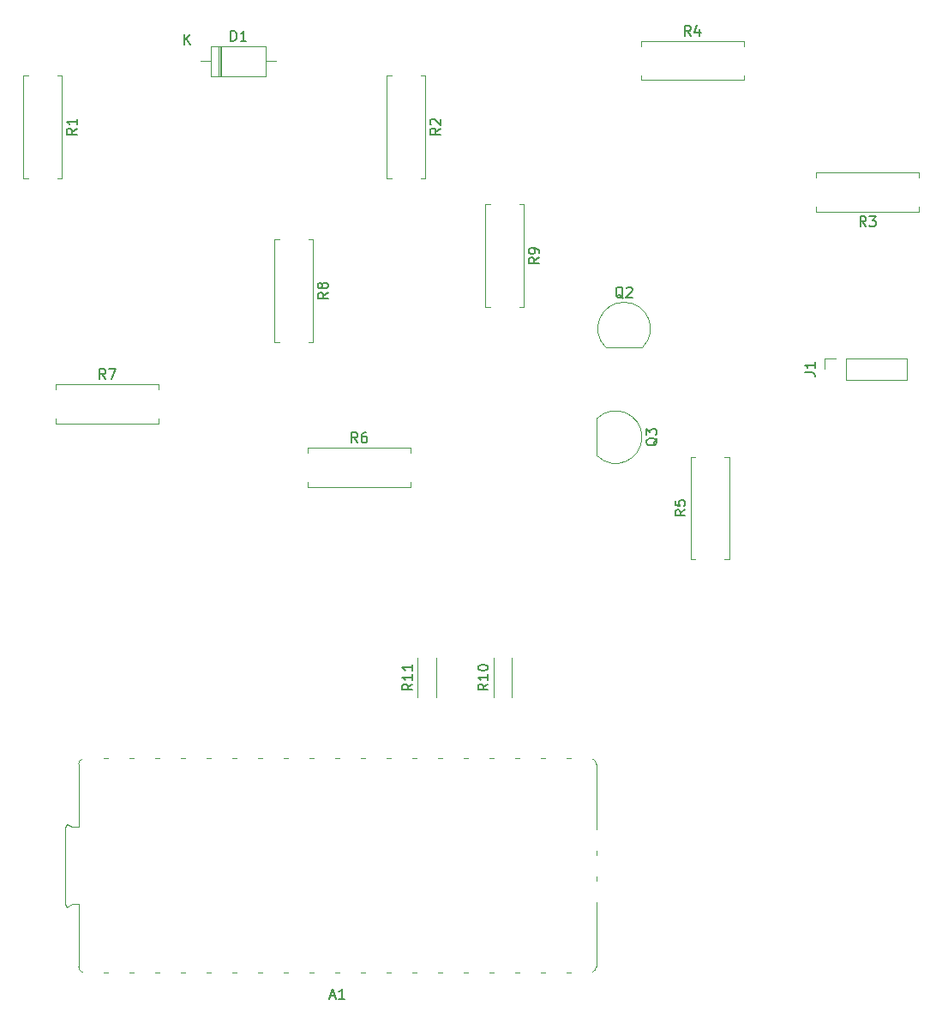
<source format=gbr>
%TF.GenerationSoftware,KiCad,Pcbnew,7.0.1*%
%TF.CreationDate,2023-06-06T10:46:51-05:00*%
%TF.ProjectId,simulacion_Carro,73696d75-6c61-4636-996f-6e5f43617272,rev?*%
%TF.SameCoordinates,Original*%
%TF.FileFunction,Legend,Top*%
%TF.FilePolarity,Positive*%
%FSLAX46Y46*%
G04 Gerber Fmt 4.6, Leading zero omitted, Abs format (unit mm)*
G04 Created by KiCad (PCBNEW 7.0.1) date 2023-06-06 10:46:51*
%MOMM*%
%LPD*%
G01*
G04 APERTURE LIST*
%ADD10C,0.150000*%
%ADD11C,0.120000*%
G04 APERTURE END LIST*
D10*
%TO.C,R11*%
X146599219Y-116390657D02*
X146123028Y-116723990D01*
X146599219Y-116962085D02*
X145599219Y-116962085D01*
X145599219Y-116962085D02*
X145599219Y-116581133D01*
X145599219Y-116581133D02*
X145646838Y-116485895D01*
X145646838Y-116485895D02*
X145694457Y-116438276D01*
X145694457Y-116438276D02*
X145789695Y-116390657D01*
X145789695Y-116390657D02*
X145932552Y-116390657D01*
X145932552Y-116390657D02*
X146027790Y-116438276D01*
X146027790Y-116438276D02*
X146075409Y-116485895D01*
X146075409Y-116485895D02*
X146123028Y-116581133D01*
X146123028Y-116581133D02*
X146123028Y-116962085D01*
X146599219Y-115438276D02*
X146599219Y-116009704D01*
X146599219Y-115723990D02*
X145599219Y-115723990D01*
X145599219Y-115723990D02*
X145742076Y-115819228D01*
X145742076Y-115819228D02*
X145837314Y-115914466D01*
X145837314Y-115914466D02*
X145884933Y-116009704D01*
X146599219Y-114485895D02*
X146599219Y-115057323D01*
X146599219Y-114771609D02*
X145599219Y-114771609D01*
X145599219Y-114771609D02*
X145742076Y-114866847D01*
X145742076Y-114866847D02*
X145837314Y-114962085D01*
X145837314Y-114962085D02*
X145884933Y-115057323D01*
%TO.C,R10*%
X154066819Y-116390657D02*
X153590628Y-116723990D01*
X154066819Y-116962085D02*
X153066819Y-116962085D01*
X153066819Y-116962085D02*
X153066819Y-116581133D01*
X153066819Y-116581133D02*
X153114438Y-116485895D01*
X153114438Y-116485895D02*
X153162057Y-116438276D01*
X153162057Y-116438276D02*
X153257295Y-116390657D01*
X153257295Y-116390657D02*
X153400152Y-116390657D01*
X153400152Y-116390657D02*
X153495390Y-116438276D01*
X153495390Y-116438276D02*
X153543009Y-116485895D01*
X153543009Y-116485895D02*
X153590628Y-116581133D01*
X153590628Y-116581133D02*
X153590628Y-116962085D01*
X154066819Y-115438276D02*
X154066819Y-116009704D01*
X154066819Y-115723990D02*
X153066819Y-115723990D01*
X153066819Y-115723990D02*
X153209676Y-115819228D01*
X153209676Y-115819228D02*
X153304914Y-115914466D01*
X153304914Y-115914466D02*
X153352533Y-116009704D01*
X153066819Y-114819228D02*
X153066819Y-114723990D01*
X153066819Y-114723990D02*
X153114438Y-114628752D01*
X153114438Y-114628752D02*
X153162057Y-114581133D01*
X153162057Y-114581133D02*
X153257295Y-114533514D01*
X153257295Y-114533514D02*
X153447771Y-114485895D01*
X153447771Y-114485895D02*
X153685866Y-114485895D01*
X153685866Y-114485895D02*
X153876342Y-114533514D01*
X153876342Y-114533514D02*
X153971580Y-114581133D01*
X153971580Y-114581133D02*
X154019200Y-114628752D01*
X154019200Y-114628752D02*
X154066819Y-114723990D01*
X154066819Y-114723990D02*
X154066819Y-114819228D01*
X154066819Y-114819228D02*
X154019200Y-114914466D01*
X154019200Y-114914466D02*
X153971580Y-114962085D01*
X153971580Y-114962085D02*
X153876342Y-115009704D01*
X153876342Y-115009704D02*
X153685866Y-115057323D01*
X153685866Y-115057323D02*
X153447771Y-115057323D01*
X153447771Y-115057323D02*
X153257295Y-115009704D01*
X153257295Y-115009704D02*
X153162057Y-114962085D01*
X153162057Y-114962085D02*
X153114438Y-114914466D01*
X153114438Y-114914466D02*
X153066819Y-114819228D01*
%TO.C,R4*%
X174102733Y-52406619D02*
X173769400Y-51930428D01*
X173531305Y-52406619D02*
X173531305Y-51406619D01*
X173531305Y-51406619D02*
X173912257Y-51406619D01*
X173912257Y-51406619D02*
X174007495Y-51454238D01*
X174007495Y-51454238D02*
X174055114Y-51501857D01*
X174055114Y-51501857D02*
X174102733Y-51597095D01*
X174102733Y-51597095D02*
X174102733Y-51739952D01*
X174102733Y-51739952D02*
X174055114Y-51835190D01*
X174055114Y-51835190D02*
X174007495Y-51882809D01*
X174007495Y-51882809D02*
X173912257Y-51930428D01*
X173912257Y-51930428D02*
X173531305Y-51930428D01*
X174959876Y-51739952D02*
X174959876Y-52406619D01*
X174721781Y-51359000D02*
X174483686Y-52073285D01*
X174483686Y-52073285D02*
X175102733Y-52073285D01*
%TO.C,R6*%
X141184333Y-92564019D02*
X140851000Y-92087828D01*
X140612905Y-92564019D02*
X140612905Y-91564019D01*
X140612905Y-91564019D02*
X140993857Y-91564019D01*
X140993857Y-91564019D02*
X141089095Y-91611638D01*
X141089095Y-91611638D02*
X141136714Y-91659257D01*
X141136714Y-91659257D02*
X141184333Y-91754495D01*
X141184333Y-91754495D02*
X141184333Y-91897352D01*
X141184333Y-91897352D02*
X141136714Y-91992590D01*
X141136714Y-91992590D02*
X141089095Y-92040209D01*
X141089095Y-92040209D02*
X140993857Y-92087828D01*
X140993857Y-92087828D02*
X140612905Y-92087828D01*
X142041476Y-91564019D02*
X141851000Y-91564019D01*
X141851000Y-91564019D02*
X141755762Y-91611638D01*
X141755762Y-91611638D02*
X141708143Y-91659257D01*
X141708143Y-91659257D02*
X141612905Y-91802114D01*
X141612905Y-91802114D02*
X141565286Y-91992590D01*
X141565286Y-91992590D02*
X141565286Y-92373542D01*
X141565286Y-92373542D02*
X141612905Y-92468780D01*
X141612905Y-92468780D02*
X141660524Y-92516400D01*
X141660524Y-92516400D02*
X141755762Y-92564019D01*
X141755762Y-92564019D02*
X141946238Y-92564019D01*
X141946238Y-92564019D02*
X142041476Y-92516400D01*
X142041476Y-92516400D02*
X142089095Y-92468780D01*
X142089095Y-92468780D02*
X142136714Y-92373542D01*
X142136714Y-92373542D02*
X142136714Y-92135447D01*
X142136714Y-92135447D02*
X142089095Y-92040209D01*
X142089095Y-92040209D02*
X142041476Y-91992590D01*
X142041476Y-91992590D02*
X141946238Y-91944971D01*
X141946238Y-91944971D02*
X141755762Y-91944971D01*
X141755762Y-91944971D02*
X141660524Y-91992590D01*
X141660524Y-91992590D02*
X141612905Y-92040209D01*
X141612905Y-92040209D02*
X141565286Y-92135447D01*
%TO.C,J1*%
X185348819Y-85626533D02*
X186063104Y-85626533D01*
X186063104Y-85626533D02*
X186205961Y-85674152D01*
X186205961Y-85674152D02*
X186301200Y-85769390D01*
X186301200Y-85769390D02*
X186348819Y-85912247D01*
X186348819Y-85912247D02*
X186348819Y-86007485D01*
X186348819Y-84626533D02*
X186348819Y-85197961D01*
X186348819Y-84912247D02*
X185348819Y-84912247D01*
X185348819Y-84912247D02*
X185491676Y-85007485D01*
X185491676Y-85007485D02*
X185586914Y-85102723D01*
X185586914Y-85102723D02*
X185634533Y-85197961D01*
%TO.C,R9*%
X159084619Y-74283866D02*
X158608428Y-74617199D01*
X159084619Y-74855294D02*
X158084619Y-74855294D01*
X158084619Y-74855294D02*
X158084619Y-74474342D01*
X158084619Y-74474342D02*
X158132238Y-74379104D01*
X158132238Y-74379104D02*
X158179857Y-74331485D01*
X158179857Y-74331485D02*
X158275095Y-74283866D01*
X158275095Y-74283866D02*
X158417952Y-74283866D01*
X158417952Y-74283866D02*
X158513190Y-74331485D01*
X158513190Y-74331485D02*
X158560809Y-74379104D01*
X158560809Y-74379104D02*
X158608428Y-74474342D01*
X158608428Y-74474342D02*
X158608428Y-74855294D01*
X159084619Y-73807675D02*
X159084619Y-73617199D01*
X159084619Y-73617199D02*
X159037000Y-73521961D01*
X159037000Y-73521961D02*
X158989380Y-73474342D01*
X158989380Y-73474342D02*
X158846523Y-73379104D01*
X158846523Y-73379104D02*
X158656047Y-73331485D01*
X158656047Y-73331485D02*
X158275095Y-73331485D01*
X158275095Y-73331485D02*
X158179857Y-73379104D01*
X158179857Y-73379104D02*
X158132238Y-73426723D01*
X158132238Y-73426723D02*
X158084619Y-73521961D01*
X158084619Y-73521961D02*
X158084619Y-73712437D01*
X158084619Y-73712437D02*
X158132238Y-73807675D01*
X158132238Y-73807675D02*
X158179857Y-73855294D01*
X158179857Y-73855294D02*
X158275095Y-73902913D01*
X158275095Y-73902913D02*
X158513190Y-73902913D01*
X158513190Y-73902913D02*
X158608428Y-73855294D01*
X158608428Y-73855294D02*
X158656047Y-73807675D01*
X158656047Y-73807675D02*
X158703666Y-73712437D01*
X158703666Y-73712437D02*
X158703666Y-73521961D01*
X158703666Y-73521961D02*
X158656047Y-73426723D01*
X158656047Y-73426723D02*
X158608428Y-73379104D01*
X158608428Y-73379104D02*
X158513190Y-73331485D01*
%TO.C,R1*%
X113440819Y-61558466D02*
X112964628Y-61891799D01*
X113440819Y-62129894D02*
X112440819Y-62129894D01*
X112440819Y-62129894D02*
X112440819Y-61748942D01*
X112440819Y-61748942D02*
X112488438Y-61653704D01*
X112488438Y-61653704D02*
X112536057Y-61606085D01*
X112536057Y-61606085D02*
X112631295Y-61558466D01*
X112631295Y-61558466D02*
X112774152Y-61558466D01*
X112774152Y-61558466D02*
X112869390Y-61606085D01*
X112869390Y-61606085D02*
X112917009Y-61653704D01*
X112917009Y-61653704D02*
X112964628Y-61748942D01*
X112964628Y-61748942D02*
X112964628Y-62129894D01*
X113440819Y-60606085D02*
X113440819Y-61177513D01*
X113440819Y-60891799D02*
X112440819Y-60891799D01*
X112440819Y-60891799D02*
X112583676Y-60987037D01*
X112583676Y-60987037D02*
X112678914Y-61082275D01*
X112678914Y-61082275D02*
X112726533Y-61177513D01*
%TO.C,D1*%
X128674905Y-52907419D02*
X128674905Y-51907419D01*
X128674905Y-51907419D02*
X128913000Y-51907419D01*
X128913000Y-51907419D02*
X129055857Y-51955038D01*
X129055857Y-51955038D02*
X129151095Y-52050276D01*
X129151095Y-52050276D02*
X129198714Y-52145514D01*
X129198714Y-52145514D02*
X129246333Y-52335990D01*
X129246333Y-52335990D02*
X129246333Y-52478847D01*
X129246333Y-52478847D02*
X129198714Y-52669323D01*
X129198714Y-52669323D02*
X129151095Y-52764561D01*
X129151095Y-52764561D02*
X129055857Y-52859800D01*
X129055857Y-52859800D02*
X128913000Y-52907419D01*
X128913000Y-52907419D02*
X128674905Y-52907419D01*
X130198714Y-52907419D02*
X129627286Y-52907419D01*
X129913000Y-52907419D02*
X129913000Y-51907419D01*
X129913000Y-51907419D02*
X129817762Y-52050276D01*
X129817762Y-52050276D02*
X129722524Y-52145514D01*
X129722524Y-52145514D02*
X129627286Y-52193133D01*
X124071095Y-53277419D02*
X124071095Y-52277419D01*
X124642523Y-53277419D02*
X124213952Y-52705990D01*
X124642523Y-52277419D02*
X124071095Y-52848847D01*
%TO.C,R7*%
X116292333Y-86290219D02*
X115959000Y-85814028D01*
X115720905Y-86290219D02*
X115720905Y-85290219D01*
X115720905Y-85290219D02*
X116101857Y-85290219D01*
X116101857Y-85290219D02*
X116197095Y-85337838D01*
X116197095Y-85337838D02*
X116244714Y-85385457D01*
X116244714Y-85385457D02*
X116292333Y-85480695D01*
X116292333Y-85480695D02*
X116292333Y-85623552D01*
X116292333Y-85623552D02*
X116244714Y-85718790D01*
X116244714Y-85718790D02*
X116197095Y-85766409D01*
X116197095Y-85766409D02*
X116101857Y-85814028D01*
X116101857Y-85814028D02*
X115720905Y-85814028D01*
X116625667Y-85290219D02*
X117292333Y-85290219D01*
X117292333Y-85290219D02*
X116863762Y-86290219D01*
%TO.C,Q2*%
X167417761Y-78303257D02*
X167322523Y-78255638D01*
X167322523Y-78255638D02*
X167227285Y-78160400D01*
X167227285Y-78160400D02*
X167084428Y-78017542D01*
X167084428Y-78017542D02*
X166989190Y-77969923D01*
X166989190Y-77969923D02*
X166893952Y-77969923D01*
X166941571Y-78208019D02*
X166846333Y-78160400D01*
X166846333Y-78160400D02*
X166751095Y-78065161D01*
X166751095Y-78065161D02*
X166703476Y-77874685D01*
X166703476Y-77874685D02*
X166703476Y-77541352D01*
X166703476Y-77541352D02*
X166751095Y-77350876D01*
X166751095Y-77350876D02*
X166846333Y-77255638D01*
X166846333Y-77255638D02*
X166941571Y-77208019D01*
X166941571Y-77208019D02*
X167132047Y-77208019D01*
X167132047Y-77208019D02*
X167227285Y-77255638D01*
X167227285Y-77255638D02*
X167322523Y-77350876D01*
X167322523Y-77350876D02*
X167370142Y-77541352D01*
X167370142Y-77541352D02*
X167370142Y-77874685D01*
X167370142Y-77874685D02*
X167322523Y-78065161D01*
X167322523Y-78065161D02*
X167227285Y-78160400D01*
X167227285Y-78160400D02*
X167132047Y-78208019D01*
X167132047Y-78208019D02*
X166941571Y-78208019D01*
X167751095Y-77303257D02*
X167798714Y-77255638D01*
X167798714Y-77255638D02*
X167893952Y-77208019D01*
X167893952Y-77208019D02*
X168132047Y-77208019D01*
X168132047Y-77208019D02*
X168227285Y-77255638D01*
X168227285Y-77255638D02*
X168274904Y-77303257D01*
X168274904Y-77303257D02*
X168322523Y-77398495D01*
X168322523Y-77398495D02*
X168322523Y-77493733D01*
X168322523Y-77493733D02*
X168274904Y-77636590D01*
X168274904Y-77636590D02*
X167703476Y-78208019D01*
X167703476Y-78208019D02*
X168322523Y-78208019D01*
%TO.C,R8*%
X138256619Y-77738266D02*
X137780428Y-78071599D01*
X138256619Y-78309694D02*
X137256619Y-78309694D01*
X137256619Y-78309694D02*
X137256619Y-77928742D01*
X137256619Y-77928742D02*
X137304238Y-77833504D01*
X137304238Y-77833504D02*
X137351857Y-77785885D01*
X137351857Y-77785885D02*
X137447095Y-77738266D01*
X137447095Y-77738266D02*
X137589952Y-77738266D01*
X137589952Y-77738266D02*
X137685190Y-77785885D01*
X137685190Y-77785885D02*
X137732809Y-77833504D01*
X137732809Y-77833504D02*
X137780428Y-77928742D01*
X137780428Y-77928742D02*
X137780428Y-78309694D01*
X137685190Y-77166837D02*
X137637571Y-77262075D01*
X137637571Y-77262075D02*
X137589952Y-77309694D01*
X137589952Y-77309694D02*
X137494714Y-77357313D01*
X137494714Y-77357313D02*
X137447095Y-77357313D01*
X137447095Y-77357313D02*
X137351857Y-77309694D01*
X137351857Y-77309694D02*
X137304238Y-77262075D01*
X137304238Y-77262075D02*
X137256619Y-77166837D01*
X137256619Y-77166837D02*
X137256619Y-76976361D01*
X137256619Y-76976361D02*
X137304238Y-76881123D01*
X137304238Y-76881123D02*
X137351857Y-76833504D01*
X137351857Y-76833504D02*
X137447095Y-76785885D01*
X137447095Y-76785885D02*
X137494714Y-76785885D01*
X137494714Y-76785885D02*
X137589952Y-76833504D01*
X137589952Y-76833504D02*
X137637571Y-76881123D01*
X137637571Y-76881123D02*
X137685190Y-76976361D01*
X137685190Y-76976361D02*
X137685190Y-77166837D01*
X137685190Y-77166837D02*
X137732809Y-77262075D01*
X137732809Y-77262075D02*
X137780428Y-77309694D01*
X137780428Y-77309694D02*
X137875666Y-77357313D01*
X137875666Y-77357313D02*
X138066142Y-77357313D01*
X138066142Y-77357313D02*
X138161380Y-77309694D01*
X138161380Y-77309694D02*
X138209000Y-77262075D01*
X138209000Y-77262075D02*
X138256619Y-77166837D01*
X138256619Y-77166837D02*
X138256619Y-76976361D01*
X138256619Y-76976361D02*
X138209000Y-76881123D01*
X138209000Y-76881123D02*
X138161380Y-76833504D01*
X138161380Y-76833504D02*
X138066142Y-76785885D01*
X138066142Y-76785885D02*
X137875666Y-76785885D01*
X137875666Y-76785885D02*
X137780428Y-76833504D01*
X137780428Y-76833504D02*
X137732809Y-76881123D01*
X137732809Y-76881123D02*
X137685190Y-76976361D01*
%TO.C,R3*%
X191400133Y-71226019D02*
X191066800Y-70749828D01*
X190828705Y-71226019D02*
X190828705Y-70226019D01*
X190828705Y-70226019D02*
X191209657Y-70226019D01*
X191209657Y-70226019D02*
X191304895Y-70273638D01*
X191304895Y-70273638D02*
X191352514Y-70321257D01*
X191352514Y-70321257D02*
X191400133Y-70416495D01*
X191400133Y-70416495D02*
X191400133Y-70559352D01*
X191400133Y-70559352D02*
X191352514Y-70654590D01*
X191352514Y-70654590D02*
X191304895Y-70702209D01*
X191304895Y-70702209D02*
X191209657Y-70749828D01*
X191209657Y-70749828D02*
X190828705Y-70749828D01*
X191733467Y-70226019D02*
X192352514Y-70226019D01*
X192352514Y-70226019D02*
X192019181Y-70606971D01*
X192019181Y-70606971D02*
X192162038Y-70606971D01*
X192162038Y-70606971D02*
X192257276Y-70654590D01*
X192257276Y-70654590D02*
X192304895Y-70702209D01*
X192304895Y-70702209D02*
X192352514Y-70797447D01*
X192352514Y-70797447D02*
X192352514Y-71035542D01*
X192352514Y-71035542D02*
X192304895Y-71130780D01*
X192304895Y-71130780D02*
X192257276Y-71178400D01*
X192257276Y-71178400D02*
X192162038Y-71226019D01*
X192162038Y-71226019D02*
X191876324Y-71226019D01*
X191876324Y-71226019D02*
X191781086Y-71178400D01*
X191781086Y-71178400D02*
X191733467Y-71130780D01*
%TO.C,R5*%
X173539219Y-99201266D02*
X173063028Y-99534599D01*
X173539219Y-99772694D02*
X172539219Y-99772694D01*
X172539219Y-99772694D02*
X172539219Y-99391742D01*
X172539219Y-99391742D02*
X172586838Y-99296504D01*
X172586838Y-99296504D02*
X172634457Y-99248885D01*
X172634457Y-99248885D02*
X172729695Y-99201266D01*
X172729695Y-99201266D02*
X172872552Y-99201266D01*
X172872552Y-99201266D02*
X172967790Y-99248885D01*
X172967790Y-99248885D02*
X173015409Y-99296504D01*
X173015409Y-99296504D02*
X173063028Y-99391742D01*
X173063028Y-99391742D02*
X173063028Y-99772694D01*
X172539219Y-98296504D02*
X172539219Y-98772694D01*
X172539219Y-98772694D02*
X173015409Y-98820313D01*
X173015409Y-98820313D02*
X172967790Y-98772694D01*
X172967790Y-98772694D02*
X172920171Y-98677456D01*
X172920171Y-98677456D02*
X172920171Y-98439361D01*
X172920171Y-98439361D02*
X172967790Y-98344123D01*
X172967790Y-98344123D02*
X173015409Y-98296504D01*
X173015409Y-98296504D02*
X173110647Y-98248885D01*
X173110647Y-98248885D02*
X173348742Y-98248885D01*
X173348742Y-98248885D02*
X173443980Y-98296504D01*
X173443980Y-98296504D02*
X173491600Y-98344123D01*
X173491600Y-98344123D02*
X173539219Y-98439361D01*
X173539219Y-98439361D02*
X173539219Y-98677456D01*
X173539219Y-98677456D02*
X173491600Y-98772694D01*
X173491600Y-98772694D02*
X173443980Y-98820313D01*
%TO.C,Q3*%
X170792657Y-92119438D02*
X170745038Y-92214676D01*
X170745038Y-92214676D02*
X170649800Y-92309914D01*
X170649800Y-92309914D02*
X170506942Y-92452771D01*
X170506942Y-92452771D02*
X170459323Y-92548009D01*
X170459323Y-92548009D02*
X170459323Y-92643247D01*
X170697419Y-92595628D02*
X170649800Y-92690866D01*
X170649800Y-92690866D02*
X170554561Y-92786104D01*
X170554561Y-92786104D02*
X170364085Y-92833723D01*
X170364085Y-92833723D02*
X170030752Y-92833723D01*
X170030752Y-92833723D02*
X169840276Y-92786104D01*
X169840276Y-92786104D02*
X169745038Y-92690866D01*
X169745038Y-92690866D02*
X169697419Y-92595628D01*
X169697419Y-92595628D02*
X169697419Y-92405152D01*
X169697419Y-92405152D02*
X169745038Y-92309914D01*
X169745038Y-92309914D02*
X169840276Y-92214676D01*
X169840276Y-92214676D02*
X170030752Y-92167057D01*
X170030752Y-92167057D02*
X170364085Y-92167057D01*
X170364085Y-92167057D02*
X170554561Y-92214676D01*
X170554561Y-92214676D02*
X170649800Y-92309914D01*
X170649800Y-92309914D02*
X170697419Y-92405152D01*
X170697419Y-92405152D02*
X170697419Y-92595628D01*
X169697419Y-91833723D02*
X169697419Y-91214676D01*
X169697419Y-91214676D02*
X170078371Y-91548009D01*
X170078371Y-91548009D02*
X170078371Y-91405152D01*
X170078371Y-91405152D02*
X170125990Y-91309914D01*
X170125990Y-91309914D02*
X170173609Y-91262295D01*
X170173609Y-91262295D02*
X170268847Y-91214676D01*
X170268847Y-91214676D02*
X170506942Y-91214676D01*
X170506942Y-91214676D02*
X170602180Y-91262295D01*
X170602180Y-91262295D02*
X170649800Y-91309914D01*
X170649800Y-91309914D02*
X170697419Y-91405152D01*
X170697419Y-91405152D02*
X170697419Y-91690866D01*
X170697419Y-91690866D02*
X170649800Y-91786104D01*
X170649800Y-91786104D02*
X170602180Y-91833723D01*
%TO.C,R2*%
X149356419Y-61558466D02*
X148880228Y-61891799D01*
X149356419Y-62129894D02*
X148356419Y-62129894D01*
X148356419Y-62129894D02*
X148356419Y-61748942D01*
X148356419Y-61748942D02*
X148404038Y-61653704D01*
X148404038Y-61653704D02*
X148451657Y-61606085D01*
X148451657Y-61606085D02*
X148546895Y-61558466D01*
X148546895Y-61558466D02*
X148689752Y-61558466D01*
X148689752Y-61558466D02*
X148784990Y-61606085D01*
X148784990Y-61606085D02*
X148832609Y-61653704D01*
X148832609Y-61653704D02*
X148880228Y-61748942D01*
X148880228Y-61748942D02*
X148880228Y-62129894D01*
X148451657Y-61177513D02*
X148404038Y-61129894D01*
X148404038Y-61129894D02*
X148356419Y-61034656D01*
X148356419Y-61034656D02*
X148356419Y-60796561D01*
X148356419Y-60796561D02*
X148404038Y-60701323D01*
X148404038Y-60701323D02*
X148451657Y-60653704D01*
X148451657Y-60653704D02*
X148546895Y-60606085D01*
X148546895Y-60606085D02*
X148642133Y-60606085D01*
X148642133Y-60606085D02*
X148784990Y-60653704D01*
X148784990Y-60653704D02*
X149356419Y-61225132D01*
X149356419Y-61225132D02*
X149356419Y-60606085D01*
%TO.C,A1*%
X138477714Y-147191904D02*
X138953904Y-147191904D01*
X138382476Y-147477619D02*
X138715809Y-146477619D01*
X138715809Y-146477619D02*
X139049142Y-147477619D01*
X139906285Y-147477619D02*
X139334857Y-147477619D01*
X139620571Y-147477619D02*
X139620571Y-146477619D01*
X139620571Y-146477619D02*
X139525333Y-146620476D01*
X139525333Y-146620476D02*
X139430095Y-146715714D01*
X139430095Y-146715714D02*
X139334857Y-146763333D01*
D11*
%TO.C,R11*%
X148976600Y-117667800D02*
X148976600Y-113827800D01*
X147136600Y-117667800D02*
X147136600Y-113827800D01*
%TO.C,R10*%
X156444200Y-117667800D02*
X156444200Y-113827800D01*
X154604200Y-117667800D02*
X154604200Y-113827800D01*
%TO.C,R4*%
X169199400Y-52944000D02*
X179339400Y-52944000D01*
X169199400Y-53424000D02*
X169199400Y-52944000D01*
X169199400Y-56304000D02*
X169199400Y-56784000D01*
X169199400Y-56784000D02*
X179339400Y-56784000D01*
X179339400Y-52944000D02*
X179339400Y-53424000D01*
X179339400Y-56784000D02*
X179339400Y-56304000D01*
%TO.C,R6*%
X136281000Y-93101400D02*
X146421000Y-93101400D01*
X136281000Y-93581400D02*
X136281000Y-93101400D01*
X136281000Y-96461400D02*
X136281000Y-96941400D01*
X136281000Y-96941400D02*
X146421000Y-96941400D01*
X146421000Y-93101400D02*
X146421000Y-93581400D01*
X146421000Y-96941400D02*
X146421000Y-96461400D01*
%TO.C,J1*%
X189386200Y-86353200D02*
X195446200Y-86353200D01*
X189386200Y-86353200D02*
X189386200Y-84233200D01*
X195446200Y-86353200D02*
X195446200Y-84233200D01*
X187326200Y-85293200D02*
X187326200Y-84233200D01*
X187326200Y-84233200D02*
X188386200Y-84233200D01*
X189386200Y-84233200D02*
X195446200Y-84233200D01*
%TO.C,R9*%
X157622000Y-69047200D02*
X157622000Y-79187200D01*
X157142000Y-69047200D02*
X157622000Y-69047200D01*
X154262000Y-69047200D02*
X153782000Y-69047200D01*
X153782000Y-69047200D02*
X153782000Y-79187200D01*
X157622000Y-79187200D02*
X157142000Y-79187200D01*
X153782000Y-79187200D02*
X154262000Y-79187200D01*
%TO.C,R1*%
X111978200Y-56321800D02*
X111978200Y-66461800D01*
X111498200Y-56321800D02*
X111978200Y-56321800D01*
X108618200Y-56321800D02*
X108138200Y-56321800D01*
X108138200Y-56321800D02*
X108138200Y-66461800D01*
X111978200Y-66461800D02*
X111498200Y-66461800D01*
X108138200Y-66461800D02*
X108618200Y-66461800D01*
%TO.C,D1*%
X125673000Y-54914800D02*
X126693000Y-54914800D01*
X126693000Y-53444800D02*
X126693000Y-56384800D01*
X126693000Y-56384800D02*
X132133000Y-56384800D01*
X127473000Y-53444800D02*
X127473000Y-56384800D01*
X127593000Y-53444800D02*
X127593000Y-56384800D01*
X127713000Y-53444800D02*
X127713000Y-56384800D01*
X132133000Y-53444800D02*
X126693000Y-53444800D01*
X132133000Y-56384800D02*
X132133000Y-53444800D01*
X133153000Y-54914800D02*
X132133000Y-54914800D01*
%TO.C,R7*%
X111389000Y-86827600D02*
X121529000Y-86827600D01*
X111389000Y-87307600D02*
X111389000Y-86827600D01*
X111389000Y-90187600D02*
X111389000Y-90667600D01*
X111389000Y-90667600D02*
X121529000Y-90667600D01*
X121529000Y-86827600D02*
X121529000Y-87307600D01*
X121529000Y-90667600D02*
X121529000Y-90187600D01*
%TO.C,Q2*%
X165713000Y-83155400D02*
X169313000Y-83155400D01*
X167513000Y-78705400D02*
G75*
G03*
X165674522Y-83143878I0J-2600000D01*
G01*
X169351478Y-83143878D02*
G75*
G03*
X167513000Y-78705400I-1838478J1838478D01*
G01*
%TO.C,R8*%
X136794000Y-72501600D02*
X136794000Y-82641600D01*
X136314000Y-72501600D02*
X136794000Y-72501600D01*
X133434000Y-72501600D02*
X132954000Y-72501600D01*
X132954000Y-72501600D02*
X132954000Y-82641600D01*
X136794000Y-82641600D02*
X136314000Y-82641600D01*
X132954000Y-82641600D02*
X133434000Y-82641600D01*
%TO.C,R3*%
X196636800Y-69763400D02*
X186496800Y-69763400D01*
X196636800Y-69283400D02*
X196636800Y-69763400D01*
X196636800Y-66403400D02*
X196636800Y-65923400D01*
X196636800Y-65923400D02*
X186496800Y-65923400D01*
X186496800Y-69763400D02*
X186496800Y-69283400D01*
X186496800Y-65923400D02*
X186496800Y-66403400D01*
%TO.C,R5*%
X174076600Y-104104600D02*
X174076600Y-93964600D01*
X174556600Y-104104600D02*
X174076600Y-104104600D01*
X177436600Y-104104600D02*
X177916600Y-104104600D01*
X177916600Y-104104600D02*
X177916600Y-93964600D01*
X174076600Y-93964600D02*
X174556600Y-93964600D01*
X177916600Y-93964600D02*
X177436600Y-93964600D01*
%TO.C,Q3*%
X164824800Y-90224200D02*
X164824800Y-93824200D01*
X169274800Y-92024200D02*
G75*
G03*
X164836322Y-90185722I-2600000J0D01*
G01*
X164836322Y-93862678D02*
G75*
G03*
X169274800Y-92024200I1838478J1838478D01*
G01*
%TO.C,R2*%
X147893800Y-56321800D02*
X147893800Y-66461800D01*
X147413800Y-56321800D02*
X147893800Y-56321800D01*
X144533800Y-56321800D02*
X144053800Y-56321800D01*
X144053800Y-56321800D02*
X144053800Y-66461800D01*
X147893800Y-66461800D02*
X147413800Y-66461800D01*
X144053800Y-66461800D02*
X144533800Y-66461800D01*
%TO.C,A1*%
X164752067Y-124315000D02*
G75*
G03*
X164382000Y-123785001I-562267J1600D01*
G01*
X114002014Y-123785037D02*
G75*
G03*
X113632001Y-124315000I192086J-528263D01*
G01*
X164382000Y-144844999D02*
G75*
G03*
X164751999Y-144315000I-192055J528226D01*
G01*
X113632001Y-144315000D02*
G75*
G03*
X114002000Y-144844999I562057J-1771D01*
G01*
X161842000Y-123755000D02*
X162262000Y-123755000D01*
X159302000Y-123755000D02*
X159722000Y-123755000D01*
X156762000Y-123755000D02*
X157182000Y-123755000D01*
X154222000Y-123755000D02*
X154642000Y-123755000D01*
X151682000Y-123755000D02*
X152102000Y-123755000D01*
X149142000Y-123755000D02*
X149562000Y-123755000D01*
X146602000Y-123755000D02*
X147022000Y-123755000D01*
X144062000Y-123755000D02*
X144482000Y-123755000D01*
X141522000Y-123755000D02*
X141942000Y-123755000D01*
X138982000Y-123755000D02*
X139402000Y-123755000D01*
X136442000Y-123755000D02*
X136862000Y-123755000D01*
X133902000Y-123755000D02*
X134322000Y-123755000D01*
X131362000Y-123755000D02*
X131782000Y-123755000D01*
X128822000Y-123755000D02*
X129242000Y-123755000D01*
X126282000Y-123755000D02*
X126702000Y-123755000D01*
X123742000Y-123755000D02*
X124162000Y-123755000D01*
X121202000Y-123755000D02*
X121622000Y-123755000D01*
X118662000Y-123755000D02*
X119082000Y-123755000D01*
X116122000Y-123755000D02*
X116542000Y-123755000D01*
X113632000Y-124315000D02*
X113632000Y-130505000D01*
X112502000Y-130215000D02*
X113002000Y-130505000D01*
X113002000Y-130505000D02*
X113632000Y-130505000D01*
X112312000Y-130545000D02*
X112502000Y-130215000D01*
X164752000Y-130715000D02*
X164752000Y-124315000D01*
X164752000Y-133255000D02*
X164752000Y-132835000D01*
X164752000Y-135795000D02*
X164752000Y-135375000D01*
X112312000Y-138085000D02*
X112312000Y-130545000D01*
X113632000Y-138125000D02*
X113002000Y-138125000D01*
X113632000Y-138125000D02*
X113632000Y-144315000D01*
X113002000Y-138125000D02*
X112502000Y-138415000D01*
X112502000Y-138415000D02*
X112312000Y-138085000D01*
X164752000Y-144315000D02*
X164752000Y-137915000D01*
X113632000Y-144315000D02*
X113632000Y-138125000D01*
X161842000Y-144875000D02*
X162262000Y-144875000D01*
X159302000Y-144875000D02*
X159722000Y-144875000D01*
X156762000Y-144875000D02*
X157182000Y-144875000D01*
X154222000Y-144875000D02*
X154642000Y-144875000D01*
X151682000Y-144875000D02*
X152102000Y-144875000D01*
X149142000Y-144875000D02*
X149562000Y-144875000D01*
X146602000Y-144875000D02*
X147022000Y-144875000D01*
X144062000Y-144875000D02*
X144482000Y-144875000D01*
X141522000Y-144875000D02*
X141942000Y-144875000D01*
X138982000Y-144875000D02*
X139402000Y-144875000D01*
X136442000Y-144875000D02*
X136862000Y-144875000D01*
X133902000Y-144875000D02*
X134322000Y-144875000D01*
X131362000Y-144875000D02*
X131782000Y-144875000D01*
X128822000Y-144875000D02*
X129242000Y-144875000D01*
X126282000Y-144875000D02*
X126702000Y-144875000D01*
X123742000Y-144875000D02*
X124162000Y-144875000D01*
X121202000Y-144875000D02*
X121622000Y-144875000D01*
X118662000Y-144875000D02*
X119082000Y-144875000D01*
X116122000Y-144875000D02*
X116542000Y-144875000D01*
%TD*%
M02*

</source>
